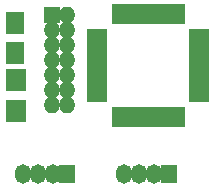
<source format=gbr>
G04 #@! TF.GenerationSoftware,KiCad,Pcbnew,(5.0.0)*
G04 #@! TF.CreationDate,2020-09-19T09:09:07-07:00*
G04 #@! TF.ProjectId,GrenadeConversion3,4772656E616465436F6E76657273696F,rev?*
G04 #@! TF.SameCoordinates,Original*
G04 #@! TF.FileFunction,Soldermask,Top*
G04 #@! TF.FilePolarity,Negative*
%FSLAX46Y46*%
G04 Gerber Fmt 4.6, Leading zero omitted, Abs format (unit mm)*
G04 Created by KiCad (PCBNEW (5.0.0)) date 09/19/20 09:09:07*
%MOMM*%
%LPD*%
G01*
G04 APERTURE LIST*
%ADD10R,1.700000X0.650000*%
%ADD11R,0.650000X1.700000*%
%ADD12O,1.400000X1.400000*%
%ADD13R,1.400000X1.400000*%
%ADD14R,1.650000X1.900000*%
%ADD15O,1.350000X1.650000*%
%ADD16R,1.350000X1.650000*%
%ADD17R,1.700000X1.900000*%
G04 APERTURE END LIST*
D10*
G04 #@! TO.C,U1*
X120908000Y-92754000D03*
X120908000Y-93254000D03*
X120908000Y-93754000D03*
X120908000Y-94254000D03*
X120908000Y-94754000D03*
X120908000Y-95254000D03*
X120908000Y-95754000D03*
X120908000Y-96254000D03*
X120908000Y-96754000D03*
X120908000Y-97254000D03*
X120908000Y-97754000D03*
X120908000Y-98254000D03*
D11*
X119308000Y-99854000D03*
X118808000Y-99854000D03*
X118308000Y-99854000D03*
X117808000Y-99854000D03*
X117308000Y-99854000D03*
X116808000Y-99854000D03*
X116308000Y-99854000D03*
X115808000Y-99854000D03*
X115308000Y-99854000D03*
X114808000Y-99854000D03*
X114308000Y-99854000D03*
X113808000Y-99854000D03*
D10*
X112208000Y-98254000D03*
X112208000Y-97754000D03*
X112208000Y-97254000D03*
X112208000Y-96754000D03*
X112208000Y-96254000D03*
X112208000Y-95754000D03*
X112208000Y-95254000D03*
X112208000Y-94754000D03*
X112208000Y-94254000D03*
X112208000Y-93754000D03*
X112208000Y-93254000D03*
X112208000Y-92754000D03*
D11*
X113808000Y-91154000D03*
X114308000Y-91154000D03*
X114808000Y-91154000D03*
X115308000Y-91154000D03*
X115808000Y-91154000D03*
X116308000Y-91154000D03*
X116808000Y-91154000D03*
X117308000Y-91154000D03*
X117808000Y-91154000D03*
X118308000Y-91154000D03*
X118808000Y-91154000D03*
X119308000Y-91154000D03*
G04 #@! TD*
D12*
G04 #@! TO.C,J1*
X109728000Y-98806000D03*
X108458000Y-98806000D03*
X109728000Y-97536000D03*
X108458000Y-97536000D03*
X109728000Y-96266000D03*
X108458000Y-96266000D03*
X109728000Y-94996000D03*
X108458000Y-94996000D03*
X109728000Y-93726000D03*
X108458000Y-93726000D03*
X109728000Y-92456000D03*
X108458000Y-92456000D03*
X109728000Y-91186000D03*
D13*
X108458000Y-91186000D03*
G04 #@! TD*
D14*
G04 #@! TO.C,D1*
X105283000Y-94386400D03*
X105283000Y-91886400D03*
G04 #@! TD*
D15*
G04 #@! TO.C,J2*
X114554000Y-104648000D03*
X115804000Y-104648000D03*
X117054000Y-104648000D03*
D16*
X118304000Y-104648000D03*
G04 #@! TD*
G04 #@! TO.C,J3*
X109728000Y-104648000D03*
D15*
X108478000Y-104648000D03*
X107228000Y-104648000D03*
X105978000Y-104648000D03*
G04 #@! TD*
D17*
G04 #@! TO.C,R2*
X105343960Y-96672400D03*
X105343960Y-99372400D03*
G04 #@! TD*
M02*

</source>
